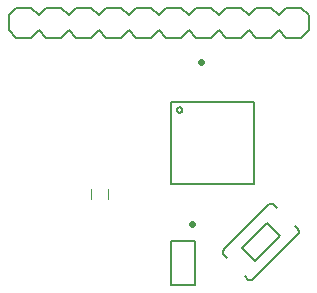
<source format=gto>
G75*
%MOIN*%
%OFA0B0*%
%FSLAX25Y25*%
%IPPOS*%
%LPD*%
%AMOC8*
5,1,8,0,0,1.08239X$1,22.5*
%
%ADD10C,0.02200*%
%ADD11C,0.00800*%
%ADD12C,0.00500*%
%ADD13C,0.00400*%
D10*
X0094500Y0047380D02*
X0094500Y0047620D01*
X0097500Y0101380D02*
X0097500Y0101620D01*
D11*
X0096000Y0109500D02*
X0101000Y0109500D01*
X0103500Y0112000D01*
X0106000Y0109500D01*
X0111000Y0109500D01*
X0113500Y0112000D01*
X0116000Y0109500D01*
X0121000Y0109500D01*
X0123500Y0112000D01*
X0126000Y0109500D01*
X0131000Y0109500D01*
X0133500Y0112000D01*
X0133500Y0117000D01*
X0131000Y0119500D01*
X0126000Y0119500D01*
X0123500Y0117000D01*
X0121000Y0119500D01*
X0116000Y0119500D01*
X0113500Y0117000D01*
X0111000Y0119500D01*
X0106000Y0119500D01*
X0103500Y0117000D01*
X0101000Y0119500D01*
X0096000Y0119500D01*
X0093500Y0117000D01*
X0091000Y0119500D01*
X0086000Y0119500D01*
X0083500Y0117000D01*
X0081000Y0119500D01*
X0076000Y0119500D01*
X0073500Y0117000D01*
X0071000Y0119500D01*
X0066000Y0119500D01*
X0063500Y0117000D01*
X0061000Y0119500D01*
X0056000Y0119500D01*
X0053500Y0117000D01*
X0051000Y0119500D01*
X0046000Y0119500D01*
X0043500Y0117000D01*
X0041000Y0119500D01*
X0036000Y0119500D01*
X0033500Y0117000D01*
X0033500Y0112000D01*
X0036000Y0109500D01*
X0041000Y0109500D01*
X0043500Y0112000D01*
X0046000Y0109500D01*
X0051000Y0109500D01*
X0053500Y0112000D01*
X0056000Y0109500D01*
X0061000Y0109500D01*
X0063500Y0112000D01*
X0066000Y0109500D01*
X0071000Y0109500D01*
X0073500Y0112000D01*
X0076000Y0109500D01*
X0081000Y0109500D01*
X0083500Y0112000D01*
X0086000Y0109500D01*
X0091000Y0109500D01*
X0093500Y0112000D01*
X0096000Y0109500D01*
X0095437Y0041783D02*
X0087563Y0041783D01*
X0087563Y0027217D01*
X0095437Y0027217D01*
X0095437Y0041783D01*
D12*
X0105251Y0038995D02*
X0120284Y0054027D01*
X0120329Y0054069D01*
X0120377Y0054109D01*
X0120427Y0054145D01*
X0120479Y0054178D01*
X0120533Y0054208D01*
X0120589Y0054234D01*
X0120647Y0054257D01*
X0120705Y0054276D01*
X0120765Y0054291D01*
X0120826Y0054303D01*
X0120887Y0054311D01*
X0120949Y0054315D01*
X0121011Y0054315D01*
X0121073Y0054311D01*
X0121134Y0054303D01*
X0121195Y0054291D01*
X0121255Y0054276D01*
X0121313Y0054257D01*
X0121371Y0054234D01*
X0121427Y0054208D01*
X0121481Y0054178D01*
X0121533Y0054145D01*
X0121583Y0054109D01*
X0121631Y0054069D01*
X0121676Y0054027D01*
X0122789Y0052914D01*
X0119588Y0047764D02*
X0123764Y0043588D01*
X0115412Y0035236D01*
X0111236Y0039412D01*
X0119588Y0047764D01*
X0128914Y0046789D02*
X0130027Y0045676D01*
X0130069Y0045631D01*
X0130109Y0045583D01*
X0130145Y0045533D01*
X0130178Y0045481D01*
X0130208Y0045427D01*
X0130234Y0045371D01*
X0130257Y0045313D01*
X0130276Y0045255D01*
X0130291Y0045195D01*
X0130303Y0045134D01*
X0130311Y0045073D01*
X0130315Y0045011D01*
X0130315Y0044949D01*
X0130311Y0044887D01*
X0130303Y0044826D01*
X0130291Y0044765D01*
X0130276Y0044705D01*
X0130257Y0044647D01*
X0130234Y0044589D01*
X0130208Y0044533D01*
X0130178Y0044479D01*
X0130145Y0044427D01*
X0130109Y0044377D01*
X0130069Y0044329D01*
X0130027Y0044284D01*
X0114716Y0028973D01*
X0114716Y0028972D02*
X0114671Y0028930D01*
X0114623Y0028890D01*
X0114573Y0028854D01*
X0114521Y0028821D01*
X0114467Y0028791D01*
X0114411Y0028765D01*
X0114353Y0028742D01*
X0114295Y0028723D01*
X0114235Y0028708D01*
X0114174Y0028696D01*
X0114113Y0028688D01*
X0114051Y0028684D01*
X0113989Y0028684D01*
X0113927Y0028688D01*
X0113866Y0028696D01*
X0113805Y0028708D01*
X0113745Y0028723D01*
X0113687Y0028742D01*
X0113629Y0028765D01*
X0113573Y0028791D01*
X0113519Y0028821D01*
X0113467Y0028854D01*
X0113417Y0028890D01*
X0113369Y0028930D01*
X0113324Y0028972D01*
X0113324Y0028973D02*
X0112211Y0030086D01*
X0106086Y0036211D02*
X0104973Y0037324D01*
X0104935Y0037380D01*
X0104901Y0037438D01*
X0104870Y0037497D01*
X0104843Y0037558D01*
X0104818Y0037621D01*
X0104798Y0037685D01*
X0104781Y0037750D01*
X0104768Y0037816D01*
X0104758Y0037882D01*
X0104752Y0037949D01*
X0104750Y0038016D01*
X0104752Y0038083D01*
X0104757Y0038150D01*
X0104766Y0038217D01*
X0104779Y0038283D01*
X0104796Y0038348D01*
X0104816Y0038412D01*
X0104840Y0038475D01*
X0104867Y0038536D01*
X0104898Y0038596D01*
X0104931Y0038654D01*
X0104969Y0038710D01*
X0105009Y0038763D01*
X0105052Y0038815D01*
X0105098Y0038864D01*
X0105147Y0038910D01*
X0105198Y0038953D01*
X0105251Y0038994D01*
X0115280Y0060720D02*
X0087720Y0060720D01*
X0087720Y0088280D01*
X0115280Y0088280D01*
X0115280Y0060720D01*
X0089596Y0085524D02*
X0089598Y0085583D01*
X0089604Y0085641D01*
X0089614Y0085699D01*
X0089627Y0085756D01*
X0089645Y0085813D01*
X0089666Y0085868D01*
X0089691Y0085921D01*
X0089719Y0085972D01*
X0089750Y0086022D01*
X0089785Y0086069D01*
X0089823Y0086114D01*
X0089864Y0086157D01*
X0089908Y0086196D01*
X0089954Y0086232D01*
X0090002Y0086266D01*
X0090053Y0086296D01*
X0090106Y0086322D01*
X0090160Y0086345D01*
X0090215Y0086364D01*
X0090272Y0086380D01*
X0090330Y0086392D01*
X0090388Y0086400D01*
X0090447Y0086404D01*
X0090505Y0086404D01*
X0090564Y0086400D01*
X0090622Y0086392D01*
X0090680Y0086380D01*
X0090737Y0086364D01*
X0090792Y0086345D01*
X0090846Y0086322D01*
X0090899Y0086296D01*
X0090950Y0086266D01*
X0090998Y0086232D01*
X0091044Y0086196D01*
X0091088Y0086157D01*
X0091129Y0086114D01*
X0091167Y0086069D01*
X0091202Y0086022D01*
X0091233Y0085972D01*
X0091261Y0085921D01*
X0091286Y0085868D01*
X0091307Y0085813D01*
X0091325Y0085756D01*
X0091338Y0085699D01*
X0091348Y0085641D01*
X0091354Y0085583D01*
X0091356Y0085524D01*
X0091354Y0085465D01*
X0091348Y0085407D01*
X0091338Y0085349D01*
X0091325Y0085292D01*
X0091307Y0085235D01*
X0091286Y0085180D01*
X0091261Y0085127D01*
X0091233Y0085076D01*
X0091202Y0085026D01*
X0091167Y0084979D01*
X0091129Y0084934D01*
X0091088Y0084891D01*
X0091044Y0084852D01*
X0090998Y0084816D01*
X0090950Y0084782D01*
X0090899Y0084752D01*
X0090846Y0084726D01*
X0090792Y0084703D01*
X0090737Y0084684D01*
X0090680Y0084668D01*
X0090622Y0084656D01*
X0090564Y0084648D01*
X0090505Y0084644D01*
X0090447Y0084644D01*
X0090388Y0084648D01*
X0090330Y0084656D01*
X0090272Y0084668D01*
X0090215Y0084684D01*
X0090160Y0084703D01*
X0090106Y0084726D01*
X0090053Y0084752D01*
X0090002Y0084782D01*
X0089954Y0084816D01*
X0089908Y0084852D01*
X0089864Y0084891D01*
X0089823Y0084934D01*
X0089785Y0084979D01*
X0089750Y0085026D01*
X0089719Y0085076D01*
X0089691Y0085127D01*
X0089666Y0085180D01*
X0089645Y0085235D01*
X0089627Y0085292D01*
X0089614Y0085349D01*
X0089604Y0085407D01*
X0089598Y0085465D01*
X0089596Y0085524D01*
D13*
X0060747Y0059075D02*
X0060747Y0055925D01*
X0066653Y0055925D02*
X0066653Y0059075D01*
M02*

</source>
